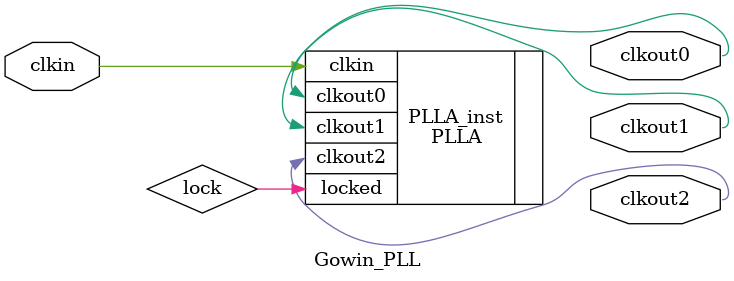
<source format=v>

module Gowin_PLL 
(
    input  wire clkin   ,
    
    output wire clkout0, 
    output wire clkout1, 
    output wire clkout2 
    
);

wire lock;

PLLA PLLA_inst
(
    .clkout0(clkout0),     
    .clkout1(clkout1),     
    .clkout2(clkout2),     

    .locked(lock),       
    .clkin(clkin)
);      

endmodule //Gowin_PLL

</source>
